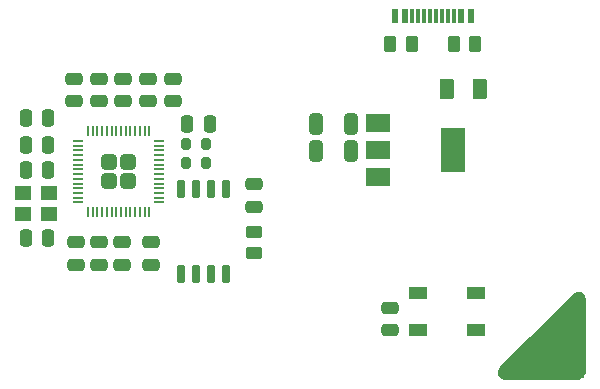
<source format=gbr>
%TF.GenerationSoftware,KiCad,Pcbnew,(6.0.11)*%
%TF.CreationDate,2023-02-26T21:52:13+11:00*%
%TF.ProjectId,PicoGamePad_V3_0_0_A,5069636f-4761-46d6-9550-61645f56335f,3.4.0 (Rev A)*%
%TF.SameCoordinates,Original*%
%TF.FileFunction,Paste,Bot*%
%TF.FilePolarity,Positive*%
%FSLAX46Y46*%
G04 Gerber Fmt 4.6, Leading zero omitted, Abs format (unit mm)*
G04 Created by KiCad (PCBNEW (6.0.11)) date 2023-02-26 21:52:13*
%MOMM*%
%LPD*%
G01*
G04 APERTURE LIST*
G04 Aperture macros list*
%AMRoundRect*
0 Rectangle with rounded corners*
0 $1 Rounding radius*
0 $2 $3 $4 $5 $6 $7 $8 $9 X,Y pos of 4 corners*
0 Add a 4 corners polygon primitive as box body*
4,1,4,$2,$3,$4,$5,$6,$7,$8,$9,$2,$3,0*
0 Add four circle primitives for the rounded corners*
1,1,$1+$1,$2,$3*
1,1,$1+$1,$4,$5*
1,1,$1+$1,$6,$7*
1,1,$1+$1,$8,$9*
0 Add four rect primitives between the rounded corners*
20,1,$1+$1,$2,$3,$4,$5,0*
20,1,$1+$1,$4,$5,$6,$7,0*
20,1,$1+$1,$6,$7,$8,$9,0*
20,1,$1+$1,$8,$9,$2,$3,0*%
G04 Aperture macros list end*
%ADD10C,0.200000*%
%ADD11RoundRect,0.200000X0.200000X0.275000X-0.200000X0.275000X-0.200000X-0.275000X0.200000X-0.275000X0*%
%ADD12R,2.000000X1.500000*%
%ADD13R,2.000000X3.800000*%
%ADD14RoundRect,0.250000X0.475000X-0.250000X0.475000X0.250000X-0.475000X0.250000X-0.475000X-0.250000X0*%
%ADD15RoundRect,0.150000X0.150000X-0.650000X0.150000X0.650000X-0.150000X0.650000X-0.150000X-0.650000X0*%
%ADD16RoundRect,0.250000X-0.475000X0.250000X-0.475000X-0.250000X0.475000X-0.250000X0.475000X0.250000X0*%
%ADD17R,1.500000X1.000000*%
%ADD18RoundRect,0.250000X0.250000X0.475000X-0.250000X0.475000X-0.250000X-0.475000X0.250000X-0.475000X0*%
%ADD19R,1.400000X1.200000*%
%ADD20RoundRect,0.250000X-0.250000X-0.475000X0.250000X-0.475000X0.250000X0.475000X-0.250000X0.475000X0*%
%ADD21RoundRect,0.250000X0.450000X-0.262500X0.450000X0.262500X-0.450000X0.262500X-0.450000X-0.262500X0*%
%ADD22RoundRect,0.250000X0.325000X0.650000X-0.325000X0.650000X-0.325000X-0.650000X0.325000X-0.650000X0*%
%ADD23RoundRect,0.250000X0.262500X0.450000X-0.262500X0.450000X-0.262500X-0.450000X0.262500X-0.450000X0*%
%ADD24RoundRect,0.249999X0.395001X-0.395001X0.395001X0.395001X-0.395001X0.395001X-0.395001X-0.395001X0*%
%ADD25RoundRect,0.050000X0.050000X-0.387500X0.050000X0.387500X-0.050000X0.387500X-0.050000X-0.387500X0*%
%ADD26RoundRect,0.050000X0.387500X-0.050000X0.387500X0.050000X-0.387500X0.050000X-0.387500X-0.050000X0*%
%ADD27R,0.600000X1.160000*%
%ADD28R,0.300000X1.160000*%
%ADD29RoundRect,0.250000X0.375000X0.625000X-0.375000X0.625000X-0.375000X-0.625000X0.375000X-0.625000X0*%
%ADD30RoundRect,0.250000X-0.262500X-0.450000X0.262500X-0.450000X0.262500X0.450000X-0.262500X0.450000X0*%
G04 APERTURE END LIST*
D10*
G36*
X163605241Y-85362347D02*
G01*
X163605241Y-85362347D01*
G75*
G02*
X164458794Y-85715901I353559J-353553D01*
G01*
X164458794Y-92008794D01*
G75*
G02*
X163958794Y-92508794I-499994J-6D01*
G01*
X157665901Y-92508794D01*
G75*
G02*
X157312348Y-91655240I-1J499994D01*
G01*
X163605241Y-85362347D01*
G37*
X163605241Y-85362347D02*
X163605241Y-85362347D01*
G75*
G02*
X164458794Y-85715901I353559J-353553D01*
G01*
X164458794Y-92008794D01*
G75*
G02*
X163958794Y-92508794I-499994J-6D01*
G01*
X157665901Y-92508794D01*
G75*
G02*
X157312348Y-91655240I-1J499994D01*
G01*
X163605241Y-85362347D01*
D11*
%TO.C,R3*%
X132375000Y-74250000D03*
X130725000Y-74250000D03*
%TD*%
D12*
%TO.C,U1*%
X146975000Y-75475000D03*
D13*
X153275000Y-73175000D03*
D12*
X146975000Y-73175000D03*
X146975000Y-70875000D03*
%TD*%
D11*
%TO.C,R2*%
X132375000Y-72650000D03*
X130725000Y-72650000D03*
%TD*%
D14*
%TO.C,C7*%
X136500000Y-77950000D03*
X136500000Y-76050000D03*
%TD*%
D15*
%TO.C,U3*%
X134065001Y-83632167D03*
X132795001Y-83632167D03*
X131525001Y-83632167D03*
X130255001Y-83632167D03*
X130255001Y-76432167D03*
X131525001Y-76432167D03*
X132795001Y-76432167D03*
X134065001Y-76432167D03*
%TD*%
D16*
%TO.C,C14*%
X123340188Y-80982082D03*
X123340188Y-82882082D03*
%TD*%
%TO.C,C18*%
X125320087Y-80982082D03*
X125320087Y-82882082D03*
%TD*%
D17*
%TO.C,LED1*%
X150375000Y-88425000D03*
X150375000Y-85225000D03*
X155275000Y-85225000D03*
X155275000Y-88425000D03*
%TD*%
D14*
%TO.C,C11*%
X123300000Y-69050000D03*
X123300000Y-67150000D03*
%TD*%
%TO.C,C15*%
X121200000Y-69050000D03*
X121200000Y-67150000D03*
%TD*%
D18*
%TO.C,C6*%
X119050000Y-74840000D03*
X117150000Y-74840000D03*
%TD*%
D19*
%TO.C,Y1*%
X119066177Y-78539441D03*
X116866177Y-78539441D03*
X116866177Y-76839441D03*
X119066177Y-76839441D03*
%TD*%
D18*
%TO.C,C5*%
X119050000Y-80600000D03*
X117150000Y-80600000D03*
%TD*%
D20*
%TO.C,C9*%
X130810003Y-70932167D03*
X132710003Y-70932167D03*
%TD*%
D21*
%TO.C,R6*%
X136500000Y-81912500D03*
X136500000Y-80087500D03*
%TD*%
D22*
%TO.C,C3*%
X144650000Y-73275000D03*
X141700000Y-73275000D03*
%TD*%
%TO.C,C2*%
X144650000Y-70975000D03*
X141700000Y-70975000D03*
%TD*%
D23*
%TO.C,R5*%
X149837500Y-64200000D03*
X148012500Y-64200000D03*
%TD*%
D18*
%TO.C,C17*%
X119057598Y-70476952D03*
X117157598Y-70476952D03*
%TD*%
D14*
%TO.C,C1*%
X147990000Y-88400000D03*
X147990000Y-86500000D03*
%TD*%
D18*
%TO.C,C10*%
X119057598Y-72739694D03*
X117157598Y-72739694D03*
%TD*%
D24*
%TO.C,U4*%
X125800000Y-75800000D03*
X124200000Y-74200000D03*
X124200000Y-75800000D03*
X125800000Y-74200000D03*
D25*
X127600000Y-78437500D03*
X127200000Y-78437500D03*
X126800000Y-78437500D03*
X126400000Y-78437500D03*
X126000000Y-78437500D03*
X125600000Y-78437500D03*
X125200000Y-78437500D03*
X124800000Y-78437500D03*
X124400000Y-78437500D03*
X124000000Y-78437500D03*
X123600000Y-78437500D03*
X123200000Y-78437500D03*
X122800000Y-78437500D03*
X122400000Y-78437500D03*
D26*
X121562500Y-77600000D03*
X121562500Y-77200000D03*
X121562500Y-76800000D03*
X121562500Y-76400000D03*
X121562500Y-76000000D03*
X121562500Y-75600000D03*
X121562500Y-75200000D03*
X121562500Y-74800000D03*
X121562500Y-74400000D03*
X121562500Y-74000000D03*
X121562500Y-73600000D03*
X121562500Y-73200000D03*
X121562500Y-72800000D03*
X121562500Y-72400000D03*
D25*
X122400000Y-71562500D03*
X122800000Y-71562500D03*
X123200000Y-71562500D03*
X123600000Y-71562500D03*
X124000000Y-71562500D03*
X124400000Y-71562500D03*
X124800000Y-71562500D03*
X125200000Y-71562500D03*
X125600000Y-71562500D03*
X126000000Y-71562500D03*
X126400000Y-71562500D03*
X126800000Y-71562500D03*
X127200000Y-71562500D03*
X127600000Y-71562500D03*
D26*
X128437500Y-72400000D03*
X128437500Y-72800000D03*
X128437500Y-73200000D03*
X128437500Y-73600000D03*
X128437500Y-74000000D03*
X128437500Y-74400000D03*
X128437500Y-74800000D03*
X128437500Y-75200000D03*
X128437500Y-75600000D03*
X128437500Y-76000000D03*
X128437500Y-76400000D03*
X128437500Y-76800000D03*
X128437500Y-77200000D03*
X128437500Y-77600000D03*
%TD*%
D27*
%TO.C,J1*%
X148425000Y-61810000D03*
X149225000Y-61810000D03*
D28*
X150375000Y-61810000D03*
X151375000Y-61810000D03*
X151875000Y-61810000D03*
X152875000Y-61810000D03*
D27*
X154025000Y-61810000D03*
X154825000Y-61810000D03*
X154825000Y-61810000D03*
X154025000Y-61810000D03*
D28*
X153375000Y-61810000D03*
X152375000Y-61810000D03*
X150875000Y-61810000D03*
X149875000Y-61810000D03*
D27*
X149225000Y-61810000D03*
X148425000Y-61810000D03*
%TD*%
D29*
%TO.C,F1*%
X155600000Y-67975000D03*
X152800000Y-67975000D03*
%TD*%
D30*
%TO.C,R1*%
X153377500Y-64200000D03*
X155202500Y-64200000D03*
%TD*%
D14*
%TO.C,C12*%
X125400000Y-69050000D03*
X125400000Y-67150000D03*
%TD*%
D16*
%TO.C,C13*%
X127760003Y-80979685D03*
X127760003Y-82879685D03*
%TD*%
%TO.C,C16*%
X121360289Y-80982082D03*
X121360289Y-82882082D03*
%TD*%
D14*
%TO.C,C4*%
X127500000Y-69050000D03*
X127500000Y-67150000D03*
%TD*%
%TO.C,C8*%
X129600000Y-69050000D03*
X129600000Y-67150000D03*
%TD*%
M02*

</source>
